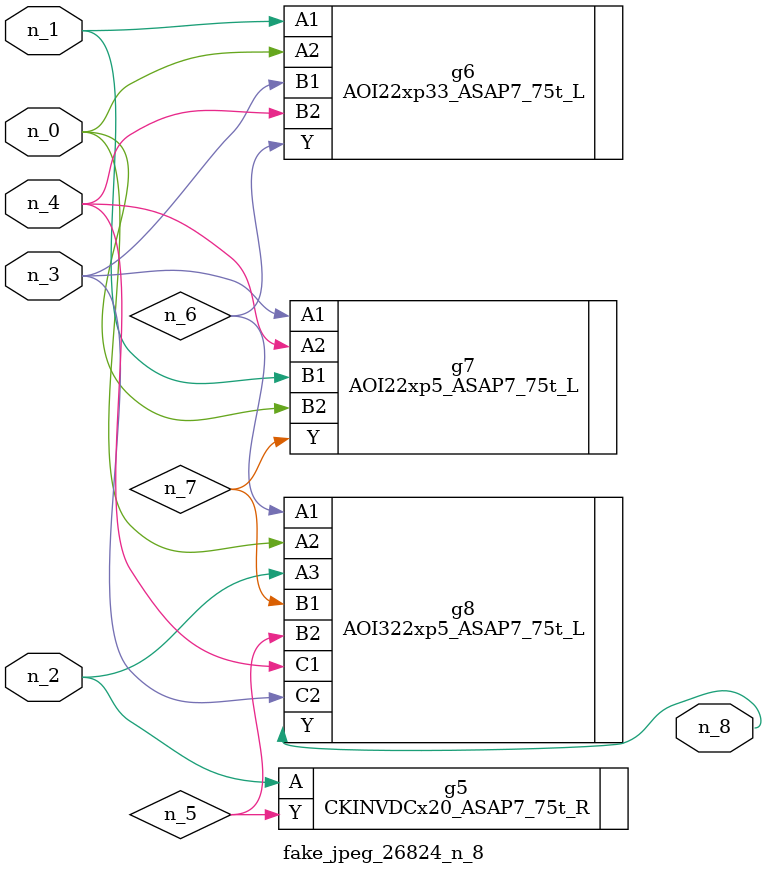
<source format=v>
module fake_jpeg_26824_n_8 (n_3, n_2, n_1, n_0, n_4, n_8);

input n_3;
input n_2;
input n_1;
input n_0;
input n_4;

output n_8;

wire n_6;
wire n_5;
wire n_7;

CKINVDCx20_ASAP7_75t_R g5 ( 
.A(n_2),
.Y(n_5)
);

AOI22xp33_ASAP7_75t_L g6 ( 
.A1(n_1),
.A2(n_0),
.B1(n_3),
.B2(n_4),
.Y(n_6)
);

AOI22xp5_ASAP7_75t_L g7 ( 
.A1(n_3),
.A2(n_4),
.B1(n_1),
.B2(n_0),
.Y(n_7)
);

AOI322xp5_ASAP7_75t_L g8 ( 
.A1(n_6),
.A2(n_0),
.A3(n_2),
.B1(n_7),
.B2(n_5),
.C1(n_4),
.C2(n_3),
.Y(n_8)
);


endmodule
</source>
